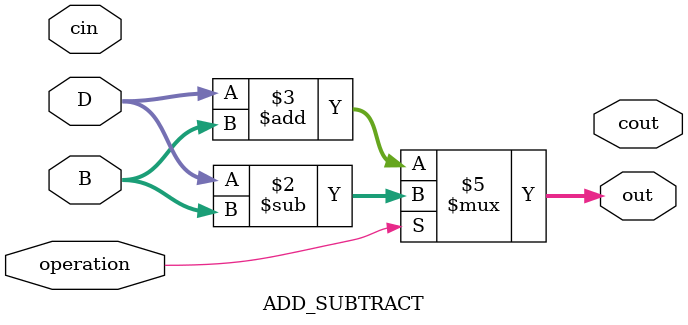
<source format=v>
module ADD_SUBTRACT (D , B , operation , out , cout , cin);
parameter SEL = "Pre" ;
parameter WIDTH_1 = 18 ;
parameter WIDTH_2 = 18 ;
input [WIDTH_1 - 1 : 0] D ;
input [WIDTH_2 - 1 : 0] B ;
input cin , operation ;
output reg cout ;
output reg [WIDTH_1- 1 : 0] out ;

always @(*) begin 
	if(SEL == "Pre") begin
		if(operation)begin
			out = D - B ;
		end
		else begin
			out = D + B ;
		end
	end 
	else if (SEL == "Post") begin
		if(operation)begin
			out = D - (B + cin) ;
			cout = 0 ;
		end
		else begin
			{cout , out} = D + B + cin ;
		end
	end 
end


endmodule 
</source>
